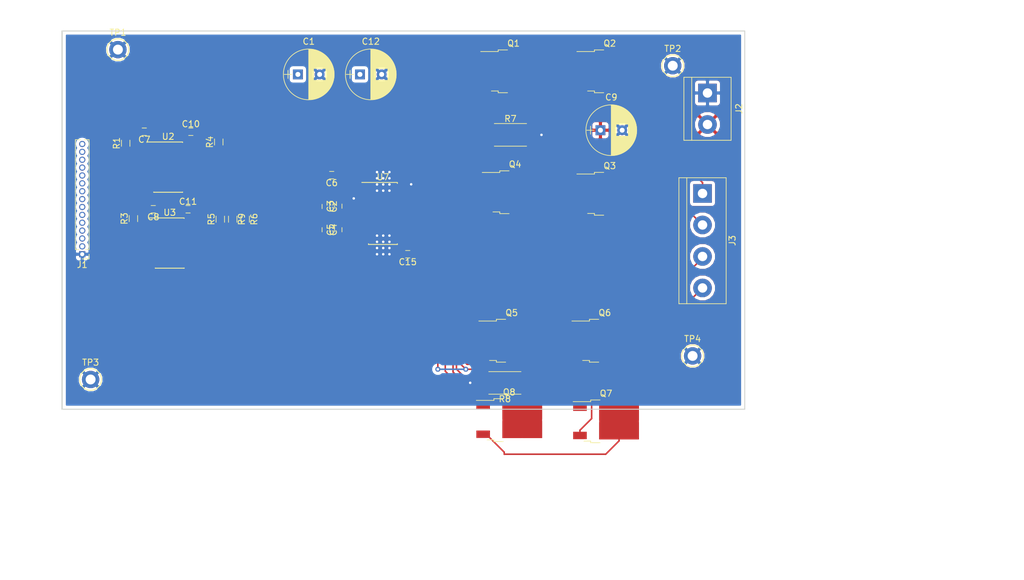
<source format=kicad_pcb>
(kicad_pcb (version 20171130) (host pcbnew 5.0.2-bee76a0~70~ubuntu18.04.1)
  (layers (0 F.Cu signal) (1 In1.Cu signal) (2 In2.Cu power) (31 B.Cu power) (34 B.Paste user) (35 F.Paste user) (36 B.SilkS user) (37 F.SilkS user) (38 B.Mask user) (39 F.Mask user) (44 Edge.Cuts user))
  (net 0 "")
  (net 1 GND)
  (net 2 +24V)
  (net 3 "Net-(C6-Pad1)")
  (net 4 "Net-(C6-Pad2)")
  (net 5 "Net-(C5-Pad1)")
  (net 6 "Net-(C4-Pad1)")
  (net 7 "Net-(C3-Pad1)")
  (net 8 "Net-(Q7-Pad2)")
  (net 9 "Net-(J3-Pad4)")
  (net 10 "Net-(J3-Pad3)")
  (net 11 "Net-(Q5-Pad1)")
  (net 12 "Net-(Q6-Pad1)")
  (net 13 "Net-(Q7-Pad1)")
  (net 14 "Net-(Q8-Pad1)")
  (net 15 "Net-(J1-Pad15)")
  (net 16 "Net-(J1-Pad14)")
  (net 17 "Net-(J1-Pad13)")
  (net 18 "Net-(J1-Pad12)")
  (net 19 "Net-(J1-Pad11)")
  (net 20 "Net-(J1-Pad10)")
  (net 21 "Net-(J1-Pad9)")
  (net 22 "Net-(J1-Pad8)")
  (net 23 "Net-(J1-Pad7)")
  (net 24 "Net-(J1-Pad6)")
  (net 25 "Net-(J1-Pad5)")
  (net 26 "Net-(J1-Pad4)")
  (net 27 +3V3)
  (net 28 +1V8)
  (net 29 "Net-(C15-Pad1)")
  (net 30 "Net-(R1-Pad1)")
  (net 31 "Net-(R3-Pad1)")
  (net 32 "Net-(R4-Pad1)")
  (net 33 "Net-(R5-Pad1)")
  (net 34 "Net-(R6-Pad2)")
  (net 35 "Net-(R9-Pad2)")
  (net 36 "Net-(U2-Pad21)")
  (net 37 "Net-(U2-Pad20)")
  (net 38 "Net-(U2-Pad19)")
  (net 39 "Net-(U2-Pad18)")
  (net 40 "Net-(U2-Pad17)")
  (net 41 "Net-(U2-Pad16)")
  (net 42 "Net-(U3-Pad18)")
  (net 43 "Net-(U3-Pad19)")
  (net 44 "Net-(U3-Pad20)")
  (net 45 "Net-(U3-Pad21)")
  (net 46 /AOUT1)
  (net 47 /AOUT2)
  (net 48 /A1HS)
  (net 49 /A1LS)
  (net 50 /A1SENP)
  (net 51 /A2LS)
  (net 52 /A2HS)
  (module Connectors_Terminal_Blocks:TerminalBlock_bornier-2_P5.08mm (layer F.Cu) (at 174 67 270)
    (fp_text reference J2 (at 2.54 -5.08 270) (layer F.SilkS))
    (fp_text value Screw_Terminal_01x02)
    (pad 2 thru_hole circle (at 5.08 0 270) (size 3 3) (drill 1.52) (layers *.Cu *.Mask) (net 2 +24V))
    (pad 1 thru_hole rect (at 0 0 270) (size 3 3) (drill 1.52) (layers *.Cu *.Mask) (net 1 GND))
  )
  (module Connectors_Terminal_Blocks:TerminalBlock_bornier-4_P5.08mm (layer F.Cu) (at 173.2 83.2 270)
    (fp_text reference J3 (at 7.6 -4.8 270) (layer F.SilkS))
    (fp_text value Screw_Terminal_01x04)
    (pad 4 thru_hole circle (at 15.24 0 270) (size 3 3) (drill 1.52) (layers *.Cu *.Mask) (net 9 "Net-(J3-Pad4)"))
    (pad 1 thru_hole rect (at 0 0 270) (size 3 3) (drill 1.52) (layers *.Cu *.Mask) (net 46 /AOUT1))
    (pad 3 thru_hole circle (at 10.16 0 270) (size 3 3) (drill 1.52) (layers *.Cu *.Mask) (net 10 "Net-(J3-Pad3)"))
    (pad 2 thru_hole circle (at 5.08 0 270) (size 3 3) (drill 1.52) (layers *.Cu *.Mask) (net 47 /AOUT2))
  )
  (module TO_SOT_Packages_SMD:TO-252-2 (layer F.Cu) (at 143 83)
    (fp_text reference Q4 (at 0 -4.5) (layer F.SilkS))
    (fp_text value STD20NF06L)
    (pad 1 smd rect (at -4.2 -2.28) (size 2.2 1.2) (layers F.Cu F.Paste F.Mask) (net 52 /A2HS))
    (pad 3 smd rect (at -4.2 2.28) (size 2.2 1.2) (layers F.Cu F.Paste F.Mask) (net 47 /AOUT2))
    (pad 2 smd rect (at 2.1 0) (size 6.4 5.8) (layers F.Cu F.Mask) (net 2 +24V))
    (pad 2 smd rect (at 3.775 1.525) (size 3.05 2.75) (layers F.Cu F.Paste) (net 2 +24V))
    (pad 2 smd rect (at 0.425 -1.525) (size 3.05 2.75) (layers F.Cu F.Paste) (net 2 +24V))
    (pad 2 smd rect (at 3.775 -1.525) (size 3.05 2.75) (layers F.Cu F.Paste) (net 2 +24V))
    (pad 2 smd rect (at 0.425 1.525) (size 3.05 2.75) (layers F.Cu F.Paste) (net 2 +24V))
  )
  (module TO_SOT_Packages_SMD:TO-252-2 (layer F.Cu) (at 158.25 83.25)
    (fp_text reference Q3 (at 0 -4.5) (layer F.SilkS))
    (fp_text value STD20NF06L)
    (pad 2 smd rect (at 0.425 1.525) (size 3.05 2.75) (layers F.Cu F.Paste) (net 47 /AOUT2))
    (pad 2 smd rect (at 3.775 -1.525) (size 3.05 2.75) (layers F.Cu F.Paste) (net 47 /AOUT2))
    (pad 2 smd rect (at 0.425 -1.525) (size 3.05 2.75) (layers F.Cu F.Paste) (net 47 /AOUT2))
    (pad 2 smd rect (at 3.775 1.525) (size 3.05 2.75) (layers F.Cu F.Paste) (net 47 /AOUT2))
    (pad 2 smd rect (at 2.1 0) (size 6.4 5.8) (layers F.Cu F.Mask) (net 47 /AOUT2))
    (pad 3 smd rect (at -4.2 2.28) (size 2.2 1.2) (layers F.Cu F.Paste F.Mask) (net 50 /A1SENP))
    (pad 1 smd rect (at -4.2 -2.28) (size 2.2 1.2) (layers F.Cu F.Paste F.Mask) (net 51 /A2LS))
  )
  (module TO_SOT_Packages_SMD:TO-252-2 (layer F.Cu) (at 158.25 63.5)
    (fp_text reference Q2 (at 0 -4.5) (layer F.SilkS))
    (fp_text value STD20NF06L)
    (pad 1 smd rect (at -4.2 -2.28) (size 2.2 1.2) (layers F.Cu F.Paste F.Mask) (net 49 /A1LS))
    (pad 3 smd rect (at -4.2 2.28) (size 2.2 1.2) (layers F.Cu F.Paste F.Mask) (net 50 /A1SENP))
    (pad 2 smd rect (at 2.1 0) (size 6.4 5.8) (layers F.Cu F.Mask) (net 46 /AOUT1))
    (pad 2 smd rect (at 3.775 1.525) (size 3.05 2.75) (layers F.Cu F.Paste) (net 46 /AOUT1))
    (pad 2 smd rect (at 0.425 -1.525) (size 3.05 2.75) (layers F.Cu F.Paste) (net 46 /AOUT1))
    (pad 2 smd rect (at 3.775 -1.525) (size 3.05 2.75) (layers F.Cu F.Paste) (net 46 /AOUT1))
    (pad 2 smd rect (at 0.425 1.525) (size 3.05 2.75) (layers F.Cu F.Paste) (net 46 /AOUT1))
  )
  (module TO_SOT_Packages_SMD:TO-252-2 (layer F.Cu) (at 142.75 63.5)
    (fp_text reference Q1 (at 0 -4.5) (layer F.SilkS))
    (fp_text value STD20NF06L)
    (pad 2 smd rect (at 0.425 1.525) (size 3.05 2.75) (layers F.Cu F.Paste) (net 2 +24V))
    (pad 2 smd rect (at 3.775 -1.525) (size 3.05 2.75) (layers F.Cu F.Paste) (net 2 +24V))
    (pad 2 smd rect (at 0.425 -1.525) (size 3.05 2.75) (layers F.Cu F.Paste) (net 2 +24V))
    (pad 2 smd rect (at 3.775 1.525) (size 3.05 2.75) (layers F.Cu F.Paste) (net 2 +24V))
    (pad 2 smd rect (at 2.1 0) (size 6.4 5.8) (layers F.Cu F.Mask) (net 2 +24V))
    (pad 3 smd rect (at -4.2 2.28) (size 2.2 1.2) (layers F.Cu F.Paste F.Mask) (net 46 /AOUT1))
    (pad 1 smd rect (at -4.2 -2.28) (size 2.2 1.2) (layers F.Cu F.Paste F.Mask) (net 48 /A1HS))
  )
  (module TO_SOT_Packages_SMD:TO-252-2 (layer F.Cu) (at 142.45 106.95)
    (fp_text reference Q5 (at 0 -4.5) (layer F.SilkS))
    (fp_text value STD20NF06L)
    (pad 1 smd rect (at -4.2 -2.28) (size 2.2 1.2) (layers F.Cu F.Paste F.Mask) (net 11 "Net-(Q5-Pad1)"))
    (pad 3 smd rect (at -4.2 2.28) (size 2.2 1.2) (layers F.Cu F.Paste F.Mask) (net 10 "Net-(J3-Pad3)"))
    (pad 2 smd rect (at 2.1 0) (size 6.4 5.8) (layers F.Cu F.Mask) (net 2 +24V))
    (pad 2 smd rect (at 3.775 1.525) (size 3.05 2.75) (layers F.Cu F.Paste) (net 2 +24V))
    (pad 2 smd rect (at 0.425 -1.525) (size 3.05 2.75) (layers F.Cu F.Paste) (net 2 +24V))
    (pad 2 smd rect (at 3.775 -1.525) (size 3.05 2.75) (layers F.Cu F.Paste) (net 2 +24V))
    (pad 2 smd rect (at 0.425 1.525) (size 3.05 2.75) (layers F.Cu F.Paste) (net 2 +24V))
  )
  (module TO_SOT_Packages_SMD:TO-252-2 (layer F.Cu) (at 157.45 106.95)
    (fp_text reference Q6 (at 0 -4.5) (layer F.SilkS))
    (fp_text value STD20NF06L)
    (pad 2 smd rect (at 0.425 1.525) (size 3.05 2.75) (layers F.Cu F.Paste) (net 10 "Net-(J3-Pad3)"))
    (pad 2 smd rect (at 3.775 -1.525) (size 3.05 2.75) (layers F.Cu F.Paste) (net 10 "Net-(J3-Pad3)"))
    (pad 2 smd rect (at 0.425 -1.525) (size 3.05 2.75) (layers F.Cu F.Paste) (net 10 "Net-(J3-Pad3)"))
    (pad 2 smd rect (at 3.775 1.525) (size 3.05 2.75) (layers F.Cu F.Paste) (net 10 "Net-(J3-Pad3)"))
    (pad 2 smd rect (at 2.1 0) (size 6.4 5.8) (layers F.Cu F.Mask) (net 10 "Net-(J3-Pad3)"))
    (pad 3 smd rect (at -4.2 2.28) (size 2.2 1.2) (layers F.Cu F.Paste F.Mask) (net 9 "Net-(J3-Pad4)"))
    (pad 1 smd rect (at -4.2 -2.28) (size 2.2 1.2) (layers F.Cu F.Paste F.Mask) (net 12 "Net-(Q6-Pad1)"))
  )
  (module TO_SOT_Packages_SMD:TO-252-2 (layer F.Cu) (at 157.65 119.95)
    (fp_text reference Q7 (at 0 -4.5) (layer F.SilkS))
    (fp_text value STD20NF06L)
    (pad 1 smd rect (at -4.2 -2.28) (size 2.2 1.2) (layers F.Cu F.Paste F.Mask) (net 13 "Net-(Q7-Pad1)"))
    (pad 3 smd rect (at -4.2 2.28) (size 2.2 1.2) (layers F.Cu F.Paste F.Mask) (net 9 "Net-(J3-Pad4)"))
    (pad 2 smd rect (at 2.1 0) (size 6.4 5.8) (layers F.Cu F.Mask) (net 8 "Net-(Q7-Pad2)"))
    (pad 2 smd rect (at 3.775 1.525) (size 3.05 2.75) (layers F.Cu F.Paste) (net 8 "Net-(Q7-Pad2)"))
    (pad 2 smd rect (at 0.425 -1.525) (size 3.05 2.75) (layers F.Cu F.Paste) (net 8 "Net-(Q7-Pad2)"))
    (pad 2 smd rect (at 3.775 -1.525) (size 3.05 2.75) (layers F.Cu F.Paste) (net 8 "Net-(Q7-Pad2)"))
    (pad 2 smd rect (at 0.425 1.525) (size 3.05 2.75) (layers F.Cu F.Paste) (net 8 "Net-(Q7-Pad2)"))
  )
  (module TO_SOT_Packages_SMD:TO-252-2 (layer F.Cu) (at 142.05 119.75)
    (fp_text reference Q8 (at 0 -4.5) (layer F.SilkS))
    (fp_text value STD20NF06L)
    (pad 2 smd rect (at 0.425 1.525) (size 3.05 2.75) (layers F.Cu F.Paste) (net 2 +24V))
    (pad 2 smd rect (at 3.775 -1.525) (size 3.05 2.75) (layers F.Cu F.Paste) (net 2 +24V))
    (pad 2 smd rect (at 0.425 -1.525) (size 3.05 2.75) (layers F.Cu F.Paste) (net 2 +24V))
    (pad 2 smd rect (at 3.775 1.525) (size 3.05 2.75) (layers F.Cu F.Paste) (net 2 +24V))
    (pad 2 smd rect (at 2.1 0) (size 6.4 5.8) (layers F.Cu F.Mask) (net 2 +24V))
    (pad 3 smd rect (at -4.2 2.28) (size 2.2 1.2) (layers F.Cu F.Paste F.Mask) (net 8 "Net-(Q7-Pad2)"))
    (pad 1 smd rect (at -4.2 -2.28) (size 2.2 1.2) (layers F.Cu F.Paste F.Mask) (net 14 "Net-(Q8-Pad1)"))
  )
  (module Capacitors_SMD:C_0603_HandSoldering (layer F.Cu) (at 114.5 85.25 90)
    (fp_text reference C3 (at 0 -1.25 90) (layer F.SilkS))
    (fp_text value 1uF)
    (pad 2 smd rect (at 0.95 0 90) (size 1.2 0.75) (layers F.Cu F.Paste F.Mask) (net 2 +24V))
    (pad 1 smd rect (at -0.95 0 90) (size 1.2 0.75) (layers F.Cu F.Paste F.Mask) (net 7 "Net-(C3-Pad1)"))
  )
  (module Capacitors_SMD:C_0603_HandSoldering (layer F.Cu) (at 112.5 89.05 270)
    (fp_text reference C4 (at 0 -1.25 270) (layer F.SilkS))
    (fp_text value 0.1uF)
    (pad 1 smd rect (at -0.95 0 270) (size 1.2 0.75) (layers F.Cu F.Paste F.Mask) (net 6 "Net-(C4-Pad1)"))
    (pad 2 smd rect (at 0.95 0 270) (size 1.2 0.75) (layers F.Cu F.Paste F.Mask) (net 1 GND))
  )
  (module Capacitors_SMD:C_0603_HandSoldering (layer F.Cu) (at 114.5 89.05 90)
    (fp_text reference C5 (at 0 -1.25 90) (layer F.SilkS))
    (fp_text value 1uF)
    (pad 2 smd rect (at 0.95 0 90) (size 1.2 0.75) (layers F.Cu F.Paste F.Mask) (net 1 GND))
    (pad 1 smd rect (at -0.95 0 90) (size 1.2 0.75) (layers F.Cu F.Paste F.Mask) (net 5 "Net-(C5-Pad1)"))
  )
  (module Capacitors_SMD:C_0603_HandSoldering (layer F.Cu) (at 113.45 80.25 180)
    (fp_text reference C6 (at 0 -1.25 180) (layer F.SilkS))
    (fp_text value 0.1uF)
    (pad 1 smd rect (at -0.95 0 180) (size 1.2 0.75) (layers F.Cu F.Paste F.Mask) (net 3 "Net-(C6-Pad1)"))
    (pad 2 smd rect (at 0.95 0 180) (size 1.2 0.75) (layers F.Cu F.Paste F.Mask) (net 4 "Net-(C6-Pad2)"))
  )
  (module Capacitors_SMD:C_0603_HandSoldering (layer F.Cu) (at 112.5 85.3 270)
    (fp_text reference C2 (at 0 -1.25 270) (layer F.SilkS))
    (fp_text value 0.01uF)
    (pad 2 smd rect (at 0.95 0 270) (size 1.2 0.75) (layers F.Cu F.Paste F.Mask) (net 1 GND))
    (pad 1 smd rect (at -0.95 0 270) (size 1.2 0.75) (layers F.Cu F.Paste F.Mask) (net 2 +24V))
  )
  (module Resistors_SMD:R_2512 (layer F.Cu) (at 142.25 73.75)
    (fp_text reference R7 (at 0 -2.6) (layer F.SilkS))
    (fp_text value 0.05R)
    (pad 2 smd rect (at 3.1 0) (size 1 3.2) (layers F.Cu F.Paste F.Mask) (net 1 GND))
    (pad 1 smd rect (at -3.1 0) (size 1 3.2) (layers F.Cu F.Paste F.Mask) (net 50 /A1SENP))
  )
  (module Resistors_SMD:R_2512 (layer F.Cu) (at 141.35 113.75 180)
    (fp_text reference R8 (at 0 -2.6 180) (layer F.SilkS))
    (fp_text value 0.05R)
    (pad 2 smd rect (at 3.1 0 180) (size 1 3.2) (layers F.Cu F.Paste F.Mask) (net 1 GND))
    (pad 1 smd rect (at -3.1 0 180) (size 1 3.2) (layers F.Cu F.Paste F.Mask) (net 9 "Net-(J3-Pad4)"))
  )
  (module Capacitors_THT:CP_Radial_D8.0mm_P3.50mm (layer F.Cu) (at 108 64)
    (fp_text reference C1 (at 1.75 -5.31) (layer F.SilkS))
    (fp_text value 100uF)
    (pad 2 thru_hole circle (at 3.5 0) (size 1.6 1.6) (drill 0.8) (layers *.Cu *.Mask) (net 1 GND))
    (pad 1 thru_hole rect (at 0 0) (size 1.6 1.6) (drill 0.8) (layers *.Cu *.Mask) (net 2 +24V))
  )
  (module Measurement_Points:Test_Point_Keystone_5010-5014_Multipurpose (layer F.Cu) (at 79 60)
    (fp_text reference TP1 (at 0 -2.75) (layer F.SilkS))
    (fp_text value TestPoint)
    (pad 1 thru_hole circle (at 0 0) (size 2.8 2.8) (drill 1.6) (layers *.Cu *.Mask) (net 1 GND))
  )
  (module Measurement_Points:Test_Point_Keystone_5010-5014_Multipurpose (layer F.Cu) (at 168.4 62.6)
    (fp_text reference TP2 (at 0 -2.75) (layer F.SilkS))
    (fp_text value TestPoint)
    (pad 1 thru_hole circle (at 0 0) (size 2.8 2.8) (drill 1.6) (layers *.Cu *.Mask) (net 1 GND))
  )
  (module Measurement_Points:Test_Point_Keystone_5010-5014_Multipurpose (layer F.Cu) (at 74.6 113.2)
    (fp_text reference TP3 (at 0 -2.75) (layer F.SilkS))
    (fp_text value TestPoint)
    (pad 1 thru_hole circle (at 0 0) (size 2.8 2.8) (drill 1.6) (layers *.Cu *.Mask) (net 1 GND))
  )
  (module Measurement_Points:Test_Point_Keystone_5010-5014_Multipurpose (layer F.Cu) (at 171.6 109.4)
    (fp_text reference TP4 (at 0 -2.75) (layer F.SilkS))
    (fp_text value TestPoint)
    (pad 1 thru_hole circle (at 0 0) (size 2.8 2.8) (drill 1.6) (layers *.Cu *.Mask) (net 1 GND))
  )
  (module rca_switch_through_hole:TSSOP-38-1_PowerPad_4.4x9.7mm_Pitch0.5mm (layer F.Cu) (at 121.7 86.45)
    (fp_text reference U7 (at 0 -5.9) (layer F.SilkS))
    (fp_text value DRV8711)
    (pad 38 smd rect (at 2.85 -4.5) (size 1.1 0.285) (layers F.Cu F.Paste F.Mask) (net 1 GND))
    (pad 37 smd rect (at 2.85 -4) (size 1.1 0.285) (layers F.Cu F.Paste F.Mask) (net 46 /AOUT1))
    (pad 36 smd rect (at 2.85 -3.5) (size 1.1 0.285) (layers F.Cu F.Paste F.Mask) (net 48 /A1HS))
    (pad 35 smd rect (at 2.85 -3) (size 1.1 0.285) (layers F.Cu F.Paste F.Mask) (net 49 /A1LS))
    (pad 34 smd rect (at 2.85 -2.5) (size 1.1 0.285) (layers F.Cu F.Paste F.Mask) (net 50 /A1SENP))
    (pad 33 smd rect (at 2.85 -2) (size 1.1 0.285) (layers F.Cu F.Paste F.Mask) (net 1 GND))
    (pad 32 smd rect (at 2.85 -1.5) (size 1.1 0.285) (layers F.Cu F.Paste F.Mask) (net 51 /A2LS))
    (pad 31 smd rect (at 2.85 -1) (size 1.1 0.285) (layers F.Cu F.Paste F.Mask) (net 52 /A2HS))
    (pad 30 smd rect (at 2.85 -0.5) (size 1.1 0.285) (layers F.Cu F.Paste F.Mask) (net 47 /AOUT2))
    (pad 29 smd rect (at 2.85 0) (size 1.1 0.285) (layers F.Cu F.Paste F.Mask) (net 1 GND))
    (pad 28 smd rect (at 2.85 0.5) (size 1.1 0.285) (layers F.Cu F.Paste F.Mask) (net 10 "Net-(J3-Pad3)"))
    (pad 27 smd rect (at 2.85 1) (size 1.1 0.285) (layers F.Cu F.Paste F.Mask) (net 11 "Net-(Q5-Pad1)"))
    (pad 26 smd rect (at 2.85 1.5) (size 1.1 0.285) (layers F.Cu F.Paste F.Mask) (net 12 "Net-(Q6-Pad1)"))
    (pad 25 smd rect (at 2.85 2) (size 1.1 0.285) (layers F.Cu F.Paste F.Mask) (net 9 "Net-(J3-Pad4)"))
    (pad 24 smd rect (at 2.85 2.5) (size 1.1 0.285) (layers F.Cu F.Paste F.Mask) (net 1 GND))
    (pad 23 smd rect (at 2.85 3) (size 1.1 0.285) (layers F.Cu F.Paste F.Mask) (net 13 "Net-(Q7-Pad1)"))
    (pad 22 smd rect (at 2.85 3.5) (size 1.1 0.285) (layers F.Cu F.Paste F.Mask) (net 14 "Net-(Q8-Pad1)"))
    (pad 21 smd rect (at 2.85 4) (size 1.1 0.285) (layers F.Cu F.Paste F.Mask) (net 9 "Net-(J3-Pad4)"))
    (pad 20 smd rect (at 2.85 4.5) (size 1.1 0.285) (layers F.Cu F.Paste F.Mask) (net 29 "Net-(C15-Pad1)"))
    (pad 19 smd rect (at -2.85 4.5) (size 1.1 0.285) (layers F.Cu F.Paste F.Mask) (net 34 "Net-(R6-Pad2)"))
    (pad 18 smd rect (at -2.85 4) (size 1.1 0.285) (layers F.Cu F.Paste F.Mask) (net 35 "Net-(R9-Pad2)"))
    (pad 17 smd rect (at -2.85 3.5) (size 1.1 0.285) (layers F.Cu F.Paste F.Mask) (net 42 "Net-(U3-Pad18)"))
    (pad 16 smd rect (at -2.85 3) (size 1.1 0.285) (layers F.Cu F.Paste F.Mask) (net 43 "Net-(U3-Pad19)"))
    (pad 15 smd rect (at -2.85 2.5) (size 1.1 0.285) (layers F.Cu F.Paste F.Mask) (net 44 "Net-(U3-Pad20)"))
    (pad 14 smd rect (at -2.85 2) (size 1.1 0.285) (layers F.Cu F.Paste F.Mask) (net 45 "Net-(U3-Pad21)"))
    (pad 13 smd rect (at -2.85 1.5) (size 1.1 0.285) (layers F.Cu F.Paste F.Mask) (net 41 "Net-(U2-Pad16)"))
    (pad 12 smd rect (at -2.85 1) (size 1.1 0.285) (layers F.Cu F.Paste F.Mask) (net 40 "Net-(U2-Pad17)"))
    (pad 11 smd rect (at -2.85 0.5) (size 1.1 0.285) (layers F.Cu F.Paste F.Mask) (net 39 "Net-(U2-Pad18)"))
    (pad 10 smd rect (at -2.85 0) (size 1.1 0.285) (layers F.Cu F.Paste F.Mask) (net 38 "Net-(U2-Pad19)"))
    (pad 9 smd rect (at -2.85 -0.5) (size 1.1 0.285) (layers F.Cu F.Paste F.Mask) (net 37 "Net-(U2-Pad20)"))
    (pad 8 smd rect (at -2.85 -1) (size 1.1 0.285) (layers F.Cu F.Paste F.Mask) (net 36 "Net-(U2-Pad21)"))
    (pad 7 smd rect (at -2.85 -1.5) (size 1.1 0.285) (layers F.Cu F.Paste F.Mask) (net 5 "Net-(C5-Pad1)"))
    (pad 6 smd rect (at -2.85 -2) (size 1.1 0.285) (layers F.Cu F.Paste F.Mask) (net 6 "Net-(C4-Pad1)"))
    (pad 5 smd rect (at -2.85 -2.5) (size 1.1 0.285) (layers F.Cu F.Paste F.Mask) (net 1 GND))
    (pad 4 smd rect (at -2.85 -3) (size 1.1 0.285) (layers F.Cu F.Paste F.Mask) (net 2 +24V))
    (pad 3 smd rect (at -2.85 -3.5) (size 1.1 0.285) (layers F.Cu F.Paste F.Mask) (net 7 "Net-(C3-Pad1)"))
    (pad 2 smd rect (at -2.85 -4) (size 1.1 0.285) (layers F.Cu F.Paste F.Mask) (net 4 "Net-(C6-Pad2)"))
    (pad 1 smd rect (at -2.85 -4.5) (size 1.1 0.285) (layers F.Cu F.Paste F.Mask) (net 3 "Net-(C6-Pad1)"))
    (pad 39 smd rect (at 0 0) (size 2.9 4.48) (layers F.Cu F.Paste F.Mask) (net 1 GND))
  )
  (module Pin_Headers:Pin_Header_Straight_1x15_Pitch1.27mm (layer F.Cu) (at 73.25 93 180)
    (fp_text reference J1 (at 0 -1.695 180) (layer F.SilkS))
    (fp_text value Conn_01x16)
    (pad 15 thru_hole oval (at 0 17.78 180) (size 1 1) (drill 0.65) (layers *.Cu *.Mask) (net 15 "Net-(J1-Pad15)"))
    (pad 14 thru_hole oval (at 0 16.51 180) (size 1 1) (drill 0.65) (layers *.Cu *.Mask) (net 16 "Net-(J1-Pad14)"))
    (pad 13 thru_hole oval (at 0 15.24 180) (size 1 1) (drill 0.65) (layers *.Cu *.Mask) (net 17 "Net-(J1-Pad13)"))
    (pad 12 thru_hole oval (at 0 13.97 180) (size 1 1) (drill 0.65) (layers *.Cu *.Mask) (net 18 "Net-(J1-Pad12)"))
    (pad 11 thru_hole oval (at 0 12.7 180) (size 1 1) (drill 0.65) (layers *.Cu *.Mask) (net 19 "Net-(J1-Pad11)"))
    (pad 10 thru_hole oval (at 0 11.43 180) (size 1 1) (drill 0.65) (layers *.Cu *.Mask) (net 20 "Net-(J1-Pad10)"))
    (pad 9 thru_hole oval (at 0 10.16 180) (size 1 1) (drill 0.65) (layers *.Cu *.Mask) (net 21 "Net-(J1-Pad9)"))
    (pad 8 thru_hole oval (at 0 8.89 180) (size 1 1) (drill 0.65) (layers *.Cu *.Mask) (net 22 "Net-(J1-Pad8)"))
    (pad 7 thru_hole oval (at 0 7.62 180) (size 1 1) (drill 0.65) (layers *.Cu *.Mask) (net 23 "Net-(J1-Pad7)"))
    (pad 6 thru_hole oval (at 0 6.35 180) (size 1 1) (drill 0.65) (layers *.Cu *.Mask) (net 24 "Net-(J1-Pad6)"))
    (pad 5 thru_hole oval (at 0 5.08 180) (size 1 1) (drill 0.65) (layers *.Cu *.Mask) (net 25 "Net-(J1-Pad5)"))
    (pad 4 thru_hole oval (at 0 3.81 180) (size 1 1) (drill 0.65) (layers *.Cu *.Mask) (net 26 "Net-(J1-Pad4)"))
    (pad 3 thru_hole oval (at 0 2.54 180) (size 1 1) (drill 0.65) (layers *.Cu *.Mask) (net 27 +3V3))
    (pad 2 thru_hole oval (at 0 1.27 180) (size 1 1) (drill 0.65) (layers *.Cu *.Mask) (net 28 +1V8))
    (pad 1 thru_hole rect (at 0 0 180) (size 1 1) (drill 0.65) (layers *.Cu *.Mask) (net 1 GND))
  )
  (module Capacitors_SMD:C_0603_HandSoldering (layer F.Cu) (at 83.25 73.25 180)
    (fp_text reference C7 (at 0 -1.25 180) (layer F.SilkS))
    (fp_text value 0.1uF)
    (pad 1 smd rect (at -0.95 0 180) (size 1.2 0.75) (layers F.Cu F.Paste F.Mask) (net 1 GND))
    (pad 2 smd rect (at 0.95 0 180) (size 1.2 0.75) (layers F.Cu F.Paste F.Mask) (net 27 +3V3))
  )
  (module Capacitors_SMD:C_0603_HandSoldering (layer F.Cu) (at 84.7 85.75 180)
    (fp_text reference C8 (at 0 -1.25 180) (layer F.SilkS))
    (fp_text value 0.1uF)
    (pad 1 smd rect (at -0.95 0 180) (size 1.2 0.75) (layers F.Cu F.Paste F.Mask) (net 1 GND))
    (pad 2 smd rect (at 0.95 0 180) (size 1.2 0.75) (layers F.Cu F.Paste F.Mask) (net 27 +3V3))
  )
  (module Capacitors_THT:CP_Radial_D8.0mm_P3.50mm (layer F.Cu) (at 156.75 73)
    (fp_text reference C9 (at 1.75 -5.31) (layer F.SilkS))
    (fp_text value 100uF)
    (pad 1 thru_hole rect (at 0 0) (size 1.6 1.6) (drill 0.8) (layers *.Cu *.Mask) (net 2 +24V))
    (pad 2 thru_hole circle (at 3.5 0) (size 1.6 1.6) (drill 0.8) (layers *.Cu *.Mask) (net 1 GND))
  )
  (module Capacitors_SMD:C_0603_HandSoldering (layer F.Cu) (at 90.75 73.25)
    (fp_text reference C10 (at 0 -1.25) (layer F.SilkS))
    (fp_text value 0.1uF)
    (pad 2 smd rect (at 0.95 0) (size 1.2 0.75) (layers F.Cu F.Paste F.Mask) (net 28 +1V8))
    (pad 1 smd rect (at -0.95 0) (size 1.2 0.75) (layers F.Cu F.Paste F.Mask) (net 1 GND))
  )
  (module Capacitors_SMD:C_0603_HandSoldering (layer F.Cu) (at 90.3 85.75)
    (fp_text reference C11 (at 0 -1.25) (layer F.SilkS))
    (fp_text value 0.1uF)
    (pad 2 smd rect (at 0.95 0) (size 1.2 0.75) (layers F.Cu F.Paste F.Mask) (net 28 +1V8))
    (pad 1 smd rect (at -0.95 0) (size 1.2 0.75) (layers F.Cu F.Paste F.Mask) (net 1 GND))
  )
  (module Capacitors_THT:CP_Radial_D8.0mm_P3.50mm (layer F.Cu) (at 118 64)
    (fp_text reference C12 (at 1.75 -5.31) (layer F.SilkS))
    (fp_text value 100uF)
    (pad 2 thru_hole circle (at 3.5 0) (size 1.6 1.6) (drill 0.8) (layers *.Cu *.Mask) (net 1 GND))
    (pad 1 thru_hole rect (at 0 0) (size 1.6 1.6) (drill 0.8) (layers *.Cu *.Mask) (net 2 +24V))
  )
  (module Capacitors_SMD:C_0603_HandSoldering (layer F.Cu) (at 125.7 93 180)
    (fp_text reference C15 (at 0 -1.25 180) (layer F.SilkS))
    (fp_text value 1uF)
    (pad 2 smd rect (at 0.95 0 180) (size 1.2 0.75) (layers F.Cu F.Paste F.Mask) (net 1 GND))
    (pad 1 smd rect (at -0.95 0 180) (size 1.2 0.75) (layers F.Cu F.Paste F.Mask) (net 29 "Net-(C15-Pad1)"))
  )
  (module Resistors_SMD:R_0603_HandSoldering (layer F.Cu) (at 80.25 75.1 90)
    (fp_text reference R1 (at 0 -1.45 90) (layer F.SilkS))
    (fp_text value 10k)
    (pad 2 smd rect (at 1.1 0 90) (size 1.2 0.9) (layers F.Cu F.Paste F.Mask) (net 27 +3V3))
    (pad 1 smd rect (at -1.1 0 90) (size 1.2 0.9) (layers F.Cu F.Paste F.Mask) (net 30 "Net-(R1-Pad1)"))
  )
  (module Resistors_SMD:R_0603_HandSoldering (layer F.Cu) (at 81.5 87.25 90)
    (fp_text reference R3 (at 0 -1.45 90) (layer F.SilkS))
    (fp_text value 10k)
    (pad 2 smd rect (at 1.1 0 90) (size 1.2 0.9) (layers F.Cu F.Paste F.Mask) (net 27 +3V3))
    (pad 1 smd rect (at -1.1 0 90) (size 1.2 0.9) (layers F.Cu F.Paste F.Mask) (net 31 "Net-(R3-Pad1)"))
  )
  (module Resistors_SMD:R_0603_HandSoldering (layer F.Cu) (at 95.25 74.9 90)
    (fp_text reference R4 (at 0 -1.45 90) (layer F.SilkS))
    (fp_text value 10k)
    (pad 1 smd rect (at -1.1 0 90) (size 1.2 0.9) (layers F.Cu F.Paste F.Mask) (net 32 "Net-(R4-Pad1)"))
    (pad 2 smd rect (at 1.1 0 90) (size 1.2 0.9) (layers F.Cu F.Paste F.Mask) (net 27 +3V3))
  )
  (module Resistors_SMD:R_0603_HandSoldering (layer F.Cu) (at 95.5 87.35 90)
    (fp_text reference R5 (at 0 -1.45 90) (layer F.SilkS))
    (fp_text value 10k)
    (pad 1 smd rect (at -1.1 0 90) (size 1.2 0.9) (layers F.Cu F.Paste F.Mask) (net 33 "Net-(R5-Pad1)"))
    (pad 2 smd rect (at 1.1 0 90) (size 1.2 0.9) (layers F.Cu F.Paste F.Mask) (net 27 +3V3))
  )
  (module Resistors_SMD:R_0603_HandSoldering (layer F.Cu) (at 99.5 87.35 270)
    (fp_text reference R6 (at 0 -1.45 270) (layer F.SilkS))
    (fp_text value 10k)
    (pad 2 smd rect (at 1.1 0 270) (size 1.2 0.9) (layers F.Cu F.Paste F.Mask) (net 34 "Net-(R6-Pad2)"))
    (pad 1 smd rect (at -1.1 0 270) (size 1.2 0.9) (layers F.Cu F.Paste F.Mask) (net 28 +1V8))
  )
  (module Resistors_SMD:R_0603_HandSoldering (layer F.Cu) (at 97.5 87.35 270)
    (fp_text reference R9 (at 0 -1.45 270) (layer F.SilkS))
    (fp_text value 10k)
    (pad 1 smd rect (at -1.1 0 270) (size 1.2 0.9) (layers F.Cu F.Paste F.Mask) (net 28 +1V8))
    (pad 2 smd rect (at 1.1 0 270) (size 1.2 0.9) (layers F.Cu F.Paste F.Mask) (net 35 "Net-(R9-Pad2)"))
  )
  (module Housings_SSOP:TSSOP-24_4.4x7.8mm_Pitch0.65mm (layer F.Cu) (at 87.1 78.975)
    (fp_text reference U2 (at 0 -4.95) (layer F.SilkS))
    (fp_text value SN74AXC8T245)
    (pad 24 smd rect (at 2.85 -3.575) (size 1.1 0.4) (layers F.Cu F.Paste F.Mask) (net 28 +1V8))
    (pad 23 smd rect (at 2.85 -2.925) (size 1.1 0.4) (layers F.Cu F.Paste F.Mask) (net 28 +1V8))
    (pad 22 smd rect (at 2.85 -2.275) (size 1.1 0.4) (layers F.Cu F.Paste F.Mask) (net 32 "Net-(R4-Pad1)"))
    (pad 21 smd rect (at 2.85 -1.625) (size 1.1 0.4) (layers F.Cu F.Paste F.Mask) (net 36 "Net-(U2-Pad21)"))
    (pad 20 smd rect (at 2.85 -0.975) (size 1.1 0.4) (layers F.Cu F.Paste F.Mask) (net 37 "Net-(U2-Pad20)"))
    (pad 19 smd rect (at 2.85 -0.325) (size 1.1 0.4) (layers F.Cu F.Paste F.Mask) (net 38 "Net-(U2-Pad19)"))
    (pad 18 smd rect (at 2.85 0.325) (size 1.1 0.4) (layers F.Cu F.Paste F.Mask) (net 39 "Net-(U2-Pad18)"))
    (pad 17 smd rect (at 2.85 0.975) (size 1.1 0.4) (layers F.Cu F.Paste F.Mask) (net 40 "Net-(U2-Pad17)"))
    (pad 16 smd rect (at 2.85 1.625) (size 1.1 0.4) (layers F.Cu F.Paste F.Mask) (net 41 "Net-(U2-Pad16)"))
    (pad 15 smd rect (at 2.85 2.275) (size 1.1 0.4) (layers F.Cu F.Paste F.Mask))
    (pad 14 smd rect (at 2.85 2.925) (size 1.1 0.4) (layers F.Cu F.Paste F.Mask))
    (pad 13 smd rect (at 2.85 3.575) (size 1.1 0.4) (layers F.Cu F.Paste F.Mask) (net 1 GND))
    (pad 12 smd rect (at -2.85 3.575) (size 1.1 0.4) (layers F.Cu F.Paste F.Mask) (net 1 GND))
    (pad 11 smd rect (at -2.85 2.925) (size 1.1 0.4) (layers F.Cu F.Paste F.Mask) (net 1 GND))
    (pad 10 smd rect (at -2.85 2.275) (size 1.1 0.4) (layers F.Cu F.Paste F.Mask))
    (pad 9 smd rect (at -2.85 1.625) (size 1.1 0.4) (layers F.Cu F.Paste F.Mask))
    (pad 8 smd rect (at -2.85 0.975) (size 1.1 0.4) (layers F.Cu F.Paste F.Mask) (net 19 "Net-(J1-Pad11)"))
    (pad 7 smd rect (at -2.85 0.325) (size 1.1 0.4) (layers F.Cu F.Paste F.Mask) (net 18 "Net-(J1-Pad12)"))
    (pad 6 smd rect (at -2.85 -0.325) (size 1.1 0.4) (layers F.Cu F.Paste F.Mask) (net 17 "Net-(J1-Pad13)"))
    (pad 5 smd rect (at -2.85 -0.975) (size 1.1 0.4) (layers F.Cu F.Paste F.Mask) (net 16 "Net-(J1-Pad14)"))
    (pad 4 smd rect (at -2.85 -1.625) (size 1.1 0.4) (layers F.Cu F.Paste F.Mask) (net 15 "Net-(J1-Pad15)"))
    (pad 3 smd rect (at -2.85 -2.275) (size 1.1 0.4) (layers F.Cu F.Paste F.Mask))
    (pad 2 smd rect (at -2.85 -2.925) (size 1.1 0.4) (layers F.Cu F.Paste F.Mask) (net 30 "Net-(R1-Pad1)"))
    (pad 1 smd rect (at -2.85 -3.575) (size 1.1 0.4) (layers F.Cu F.Paste F.Mask) (net 27 +3V3))
  )
  (module Housings_SSOP:TSSOP-24_4.4x7.8mm_Pitch0.65mm (layer F.Cu) (at 87.35 91.225)
    (fp_text reference U3 (at 0 -4.95) (layer F.SilkS))
    (fp_text value SN74AXC8T245)
    (pad 1 smd rect (at -2.85 -3.575) (size 1.1 0.4) (layers F.Cu F.Paste F.Mask) (net 27 +3V3))
    (pad 2 smd rect (at -2.85 -2.925) (size 1.1 0.4) (layers F.Cu F.Paste F.Mask) (net 31 "Net-(R3-Pad1)"))
    (pad 3 smd rect (at -2.85 -2.275) (size 1.1 0.4) (layers F.Cu F.Paste F.Mask) (net 20 "Net-(J1-Pad10)"))
    (pad 4 smd rect (at -2.85 -1.625) (size 1.1 0.4) (layers F.Cu F.Paste F.Mask) (net 21 "Net-(J1-Pad9)"))
    (pad 5 smd rect (at -2.85 -0.975) (size 1.1 0.4) (layers F.Cu F.Paste F.Mask) (net 22 "Net-(J1-Pad8)"))
    (pad 6 smd rect (at -2.85 -0.325) (size 1.1 0.4) (layers F.Cu F.Paste F.Mask) (net 23 "Net-(J1-Pad7)"))
    (pad 7 smd rect (at -2.85 0.325) (size 1.1 0.4) (layers F.Cu F.Paste F.Mask) (net 24 "Net-(J1-Pad6)"))
    (pad 8 smd rect (at -2.85 0.975) (size 1.1 0.4) (layers F.Cu F.Paste F.Mask) (net 25 "Net-(J1-Pad5)"))
    (pad 9 smd rect (at -2.85 1.625) (size 1.1 0.4) (layers F.Cu F.Paste F.Mask) (net 26 "Net-(J1-Pad4)"))
    (pad 10 smd rect (at -2.85 2.275) (size 1.1 0.4) (layers F.Cu F.Paste F.Mask))
    (pad 11 smd rect (at -2.85 2.925) (size 1.1 0.4) (layers F.Cu F.Paste F.Mask) (net 1 GND))
    (pad 12 smd rect (at -2.85 3.575) (size 1.1 0.4) (layers F.Cu F.Paste F.Mask) (net 1 GND))
    (pad 13 smd rect (at 2.85 3.575) (size 1.1 0.4) (layers F.Cu F.Paste F.Mask) (net 1 GND))
    (pad 14 smd rect (at 2.85 2.925) (size 1.1 0.4) (layers F.Cu F.Paste F.Mask))
    (pad 15 smd rect (at 2.85 2.275) (size 1.1 0.4) (layers F.Cu F.Paste F.Mask) (net 29 "Net-(C15-Pad1)"))
    (pad 16 smd rect (at 2.85 1.625) (size 1.1 0.4) (layers F.Cu F.Paste F.Mask) (net 34 "Net-(R6-Pad2)"))
    (pad 17 smd rect (at 2.85 0.975) (size 1.1 0.4) (layers F.Cu F.Paste F.Mask) (net 35 "Net-(R9-Pad2)"))
    (pad 18 smd rect (at 2.85 0.325) (size 1.1 0.4) (layers F.Cu F.Paste F.Mask) (net 42 "Net-(U3-Pad18)"))
    (pad 19 smd rect (at 2.85 -0.325) (size 1.1 0.4) (layers F.Cu F.Paste F.Mask) (net 43 "Net-(U3-Pad19)"))
    (pad 20 smd rect (at 2.85 -0.975) (size 1.1 0.4) (layers F.Cu F.Paste F.Mask) (net 44 "Net-(U3-Pad20)"))
    (pad 21 smd rect (at 2.85 -1.625) (size 1.1 0.4) (layers F.Cu F.Paste F.Mask) (net 45 "Net-(U3-Pad21)"))
    (pad 22 smd rect (at 2.85 -2.275) (size 1.1 0.4) (layers F.Cu F.Paste F.Mask) (net 33 "Net-(R5-Pad1)"))
    (pad 23 smd rect (at 2.85 -2.925) (size 1.1 0.4) (layers F.Cu F.Paste F.Mask) (net 28 +1V8))
    (pad 24 smd rect (at 2.85 -3.575) (size 1.1 0.4) (layers F.Cu F.Paste F.Mask) (net 28 +1V8))
  )
  (gr_line (start 180 57) (end 180 118) (layer Edge.Cuts) (width 0.15))
  (gr_line (start 70 57) (end 180 57) (layer Edge.Cuts) (width 0.15))
  (gr_line (start 70 118) (end 180 118) (layer Edge.Cuts) (width 0.15))
  (gr_line (start 70 118) (end 70 57) (layer Edge.Cuts) (width 0.2))
  (via (at 120.75 93) (size 0.8) (drill 0.4) (layers F.Cu B.Cu) (net 1))
  (via (at 121.75 93) (size 0.8) (drill 0.4) (layers F.Cu B.Cu) (net 1))
  (via (at 120.75 92) (size 0.8) (drill 0.4) (layers F.Cu B.Cu) (net 1))
  (via (at 121.75 92) (size 0.8) (drill 0.4) (layers F.Cu B.Cu) (net 1))
  (via (at 122.75 92) (size 0.8) (drill 0.4) (layers F.Cu B.Cu) (net 1))
  (via (at 122.75 93) (size 0.8) (drill 0.4) (layers F.Cu B.Cu) (net 1))
  (via (at 122.75 91) (size 0.8) (drill 0.4) (layers F.Cu B.Cu) (net 1))
  (via (at 121.75 91) (size 0.8) (drill 0.4) (layers F.Cu B.Cu) (net 1))
  (via (at 120.75 91) (size 0.8) (drill 0.4) (layers F.Cu B.Cu) (net 1))
  (via (at 120.75 90) (size 0.8) (drill 0.4) (layers F.Cu B.Cu) (net 1))
  (via (at 121.75 90) (size 0.8) (drill 0.4) (layers F.Cu B.Cu) (net 1))
  (via (at 122.75 90) (size 0.8) (drill 0.4) (layers F.Cu B.Cu) (net 1))
  (via (at 120.75 79.75) (size 0.8) (drill 0.4) (layers F.Cu B.Cu) (net 1))
  (via (at 122.75 82.75) (size 0.8) (drill 0.4) (layers F.Cu B.Cu) (net 1))
  (via (at 122.75 81.75) (size 0.8) (drill 0.4) (layers F.Cu B.Cu) (net 1))
  (via (at 121.75 82.75) (size 0.8) (drill 0.4) (layers F.Cu B.Cu) (net 1))
  (via (at 120.75 81.75) (size 0.8) (drill 0.4) (layers F.Cu B.Cu) (net 1))
  (via (at 120.75 80.75) (size 0.8) (drill 0.4) (layers F.Cu B.Cu) (net 1))
  (via (at 121.75 81.75) (size 0.8) (drill 0.4) (layers F.Cu B.Cu) (net 1))
  (via (at 122.75 80.75) (size 0.8) (drill 0.4) (layers F.Cu B.Cu) (net 1))
  (via (at 122.75 79.75) (size 0.8) (drill 0.4) (layers F.Cu B.Cu) (net 1))
  (via (at 120.75 82.75) (size 0.8) (drill 0.4) (layers F.Cu B.Cu) (net 1))
  (via (at 121.75 80.75) (size 0.8) (drill 0.4) (layers F.Cu B.Cu) (net 1))
  (via (at 121.75 79.75) (size 0.8) (drill 0.4) (layers F.Cu B.Cu) (net 1))
  (via (at 117 84) (size 0.8) (drill 0.4) (layers F.Cu B.Cu) (net 1))
  (segment (start 118.85 83.95) (end 117.05 83.95) (width 0.25) (layer F.Cu) (net 1))
  (segment (start 117.05 83.95) (end 117 84) (width 0.25) (layer F.Cu) (net 1))
  (segment (start 126.026644 81.95) (end 126.251654 81.72499) (width 0.25) (layer F.Cu) (net 1))
  (segment (start 124.55 81.95) (end 126.026644 81.95) (width 0.25) (layer F.Cu) (net 1))
  (via (at 126.251654 81.72499) (size 0.8) (drill 0.4) (layers F.Cu B.Cu) (net 1))
  (segment (start 124.55 86.45) (end 121.7 86.45) (width 0.25) (layer F.Cu) (net 1))
  (via (at 135.76266 113.73734) (size 0.8) (drill 0.4) (layers F.Cu B.Cu) (net 1))
  (segment (start 138.25 113.75) (end 135.77532 113.75) (width 0.25) (layer F.Cu) (net 1))
  (segment (start 135.77532 113.75) (end 135.76266 113.73734) (width 0.25) (layer F.Cu) (net 1))
  (segment (start 124.75 93) (end 122.75 93) (width 0.25) (layer F.Cu) (net 1))
  (segment (start 133.549989 111.524669) (end 135.362661 113.337341) (width 0.25) (layer F.Cu) (net 1))
  (segment (start 135.362661 113.337341) (end 135.76266 113.73734) (width 0.25) (layer F.Cu) (net 1))
  (segment (start 133.549989 94.4364) (end 133.549989 111.524669) (width 0.25) (layer F.Cu) (net 1))
  (segment (start 128.063589 88.95) (end 133.549989 94.4364) (width 0.25) (layer F.Cu) (net 1))
  (segment (start 124.55 88.95) (end 128.063589 88.95) (width 0.25) (layer F.Cu) (net 1))
  (segment (start 145.35 76.15) (end 145.35 73.75) (width 0.25) (layer F.Cu) (net 1))
  (segment (start 124.55 84.45) (end 132.05 84.45) (width 0.25) (layer F.Cu) (net 1))
  (segment (start 132.05 84.45) (end 135.75 80.75) (width 0.25) (layer F.Cu) (net 1))
  (segment (start 135.75 80.75) (end 135.75 80) (width 0.25) (layer F.Cu) (net 1))
  (segment (start 139 76.75) (end 144.75 76.75) (width 0.25) (layer F.Cu) (net 1))
  (segment (start 144.75 76.75) (end 145.35 76.15) (width 0.25) (layer F.Cu) (net 1))
  (segment (start 135.75 80) (end 139 76.75) (width 0.25) (layer F.Cu) (net 1))
  (via (at 147.25 73.75) (size 0.8) (drill 0.4) (layers F.Cu B.Cu) (net 1))
  (segment (start 145.35 73.75) (end 147.25 73.75) (width 0.25) (layer F.Cu) (net 1))
  (segment (start 144.3 119.75) (end 145.825 121.275) (width 1) (layer F.Cu) (net 2))
  (segment (start 144.15 119.75) (end 144.3 119.75) (width 1) (layer F.Cu) (net 2))
  (segment (start 114.625 80.25) (end 114.4 80.25) (width 0.25) (layer F.Cu) (net 3))
  (segment (start 116.325 81.95) (end 114.625 80.25) (width 0.25) (layer F.Cu) (net 3))
  (segment (start 118.85 81.95) (end 116.325 81.95) (width 0.25) (layer F.Cu) (net 3))
  (segment (start 113.7 82.45) (end 118.85 82.45) (width 0.25) (layer F.Cu) (net 4))
  (segment (start 112.5 80.25) (end 112.5 81.25) (width 0.25) (layer F.Cu) (net 4))
  (segment (start 112.5 81.25) (end 113.7 82.45) (width 0.25) (layer F.Cu) (net 4))
  (segment (start 159.75 123.1) (end 157.6 125.25) (width 0.25) (layer F.Cu) (net 8))
  (segment (start 159.75 119.95) (end 159.75 123.1) (width 0.25) (layer F.Cu) (net 8))
  (segment (start 157.6 125.25) (end 141.25 125.25) (width 0.25) (layer F.Cu) (net 8))
  (segment (start 138.35 122.03) (end 137.85 122.03) (width 0.25) (layer F.Cu) (net 8))
  (segment (start 141.25 124.93) (end 138.35 122.03) (width 0.25) (layer F.Cu) (net 8))
  (segment (start 141.25 125.25) (end 141.25 124.93) (width 0.25) (layer F.Cu) (net 8))
  (segment (start 153.25 110.08) (end 153.25 109.23) (width 0.25) (layer F.Cu) (net 9))
  (segment (start 149.58 113.75) (end 153.25 110.08) (width 0.25) (layer F.Cu) (net 9))
  (segment (start 144.45 113.75) (end 149.58 113.75) (width 0.25) (layer F.Cu) (net 9))
  (segment (start 153.45 121.38) (end 155.33 119.5) (width 0.25) (layer F.Cu) (net 9))
  (segment (start 153.45 122.23) (end 153.45 121.38) (width 0.25) (layer F.Cu) (net 9))
  (segment (start 155.33 119.5) (end 155.33 116.08) (width 0.25) (layer F.Cu) (net 9))
  (segment (start 153 113.75) (end 149.58 113.75) (width 0.25) (layer F.Cu) (net 9))
  (segment (start 143.7 113.75) (end 141.5 111.55) (width 0.25) (layer F.Cu) (net 9))
  (segment (start 144.45 113.75) (end 143.7 113.75) (width 0.25) (layer F.Cu) (net 9))
  (segment (start 141.5 111.55) (end 135.05 111.55) (width 0.25) (layer F.Cu) (net 9))
  (segment (start 171.700001 99.939999) (end 171.700001 104.299999) (width 0.25) (layer F.Cu) (net 9))
  (segment (start 173.2 98.44) (end 171.700001 99.939999) (width 0.25) (layer F.Cu) (net 9))
  (segment (start 171.700001 104.299999) (end 160.25 115.75) (width 0.25) (layer F.Cu) (net 9))
  (segment (start 160.25 115.75) (end 155 115.75) (width 0.25) (layer F.Cu) (net 9))
  (segment (start 155.33 116.08) (end 155 115.75) (width 0.25) (layer F.Cu) (net 9))
  (segment (start 155 115.75) (end 153 113.75) (width 0.25) (layer F.Cu) (net 9))
  (via (at 135.05 111.55) (size 0.8) (drill 0.4) (layers F.Cu B.Cu) (net 9))
  (segment (start 135.05 111.55) (end 130.55 111.55) (width 0.25) (layer B.Cu) (net 9))
  (via (at 130.55 111.55) (size 0.8) (drill 0.4) (layers F.Cu B.Cu) (net 9))
  (segment (start 125.35 90.45) (end 124.55 90.45) (width 0.25) (layer F.Cu) (net 9))
  (segment (start 125.660002 90.45) (end 125.35 90.45) (width 0.25) (layer F.Cu) (net 9))
  (segment (start 130.55 95.339998) (end 125.660002 90.45) (width 0.25) (layer F.Cu) (net 9))
  (segment (start 130.55 111.55) (end 130.55 95.339998) (width 0.25) (layer F.Cu) (net 9))
  (segment (start 124.55 88.45) (end 128.45 88.45) (width 0.25) (layer F.Cu) (net 9))
  (segment (start 128.45 88.45) (end 134 94) (width 0.25) (layer F.Cu) (net 9))
  (segment (start 134 110.5) (end 135.05 111.55) (width 0.25) (layer F.Cu) (net 9))
  (segment (start 134 94) (end 134 110.5) (width 0.25) (layer F.Cu) (net 9))
  (segment (start 159.4 106.95) (end 157.875 108.475) (width 0.25) (layer F.Cu) (net 10))
  (segment (start 159.55 106.95) (end 159.4 106.95) (width 0.25) (layer F.Cu) (net 10))
  (segment (start 138.25 108.38) (end 138.25 109.23) (width 0.25) (layer F.Cu) (net 10))
  (segment (start 140.25 106.38) (end 138.25 108.38) (width 0.25) (layer F.Cu) (net 10))
  (segment (start 124.55 86.95) (end 130.95 86.95) (width 0.25) (layer F.Cu) (net 10))
  (segment (start 140.25 104) (end 140.25 106.38) (width 0.25) (layer F.Cu) (net 10))
  (segment (start 130.95 86.95) (end 136.25 92.25) (width 0.25) (layer F.Cu) (net 10))
  (segment (start 136.25 100.5) (end 138.75 103) (width 0.25) (layer F.Cu) (net 10))
  (segment (start 136.25 92.25) (end 136.25 100.5) (width 0.25) (layer F.Cu) (net 10))
  (segment (start 138.75 103) (end 139.25 103) (width 0.25) (layer F.Cu) (net 10))
  (segment (start 139.25 103) (end 140.25 104) (width 0.25) (layer F.Cu) (net 10))
  (segment (start 158.75 103) (end 138.75 103) (width 0.25) (layer F.Cu) (net 10))
  (segment (start 159.55 103.8) (end 158.75 103) (width 0.25) (layer F.Cu) (net 10))
  (segment (start 159.55 106.95) (end 159.55 103.8) (width 0.25) (layer F.Cu) (net 10))
  (segment (start 173.2 93.6) (end 173.2 93.36) (width 0.25) (layer F.Cu) (net 10))
  (segment (start 159.85 106.95) (end 173.2 93.6) (width 0.25) (layer F.Cu) (net 10))
  (segment (start 159.55 106.95) (end 159.85 106.95) (width 0.25) (layer F.Cu) (net 10))
  (segment (start 138.25 103.82) (end 135 100.57) (width 0.25) (layer F.Cu) (net 11))
  (segment (start 138.25 104.67) (end 138.25 103.82) (width 0.25) (layer F.Cu) (net 11))
  (segment (start 135 100.57) (end 135 92) (width 0.25) (layer F.Cu) (net 11))
  (segment (start 130.45 87.45) (end 124.55 87.45) (width 0.25) (layer F.Cu) (net 11))
  (segment (start 135 92) (end 130.45 87.45) (width 0.25) (layer F.Cu) (net 11))
  (segment (start 124.55 87.95) (end 129.7 87.95) (width 0.25) (layer F.Cu) (net 12))
  (segment (start 129.7 87.95) (end 134.5 92.75) (width 0.25) (layer F.Cu) (net 12))
  (segment (start 134.5 92.75) (end 134.5 110) (width 0.25) (layer F.Cu) (net 12))
  (segment (start 134.5 110) (end 135.25 110.75) (width 0.25) (layer F.Cu) (net 12))
  (segment (start 147.435002 110.75) (end 150.75 107.435002) (width 0.25) (layer F.Cu) (net 12))
  (segment (start 135.25 110.75) (end 147.435002 110.75) (width 0.25) (layer F.Cu) (net 12))
  (segment (start 152.75 104.67) (end 153.25 104.67) (width 0.25) (layer F.Cu) (net 12))
  (segment (start 150.75 106.67) (end 152.75 104.67) (width 0.25) (layer F.Cu) (net 12))
  (segment (start 150.75 107.435002) (end 150.75 106.67) (width 0.25) (layer F.Cu) (net 12))
  (segment (start 132.849978 104.8728) (end 133 105.022822) (width 0.25) (layer F.Cu) (net 13))
  (segment (start 124.55 89.45) (end 127.7 89.45) (width 0.25) (layer F.Cu) (net 13))
  (segment (start 127.7 89.45) (end 132.849978 94.599978) (width 0.25) (layer F.Cu) (net 13))
  (segment (start 137 116) (end 151.78 116) (width 0.25) (layer F.Cu) (net 13))
  (segment (start 133 105.022822) (end 133 112) (width 0.25) (layer F.Cu) (net 13))
  (segment (start 132.849978 94.599978) (end 132.849978 104.8728) (width 0.25) (layer F.Cu) (net 13))
  (segment (start 133 112) (end 137 116) (width 0.25) (layer F.Cu) (net 13))
  (segment (start 151.78 116) (end 153.37999 117.59999) (width 0.25) (layer F.Cu) (net 13))
  (segment (start 125.796413 89.95) (end 125.35 89.95) (width 0.25) (layer F.Cu) (net 14))
  (segment (start 131.75 95.903587) (end 125.796413 89.95) (width 0.25) (layer F.Cu) (net 14))
  (segment (start 131.75 111.87) (end 131.75 95.903587) (width 0.25) (layer F.Cu) (net 14))
  (segment (start 137.35 117.47) (end 131.75 111.87) (width 0.25) (layer F.Cu) (net 14))
  (segment (start 125.35 89.95) (end 124.55 89.95) (width 0.25) (layer F.Cu) (net 14))
  (segment (start 137.85 117.47) (end 137.35 117.47) (width 0.25) (layer F.Cu) (net 14))
  (segment (start 126.65 92.6425) (end 126.65 93) (width 0.25) (layer F.Cu) (net 29))
  (segment (start 124.9575 90.95) (end 126.65 92.6425) (width 0.25) (layer F.Cu) (net 29))
  (segment (start 124.55 90.95) (end 124.9575 90.95) (width 0.25) (layer F.Cu) (net 29))
  (segment (start 173.2 81.45) (end 168 76.25) (width 0.25) (layer F.Cu) (net 46))
  (segment (start 173.2 83.2) (end 173.2 81.45) (width 0.25) (layer F.Cu) (net 46))
  (segment (start 168 76.25) (end 168 68.5) (width 0.25) (layer F.Cu) (net 46))
  (segment (start 164.525 65.025) (end 162.025 65.025) (width 0.25) (layer F.Cu) (net 46))
  (segment (start 168 68.5) (end 164.525 65.025) (width 0.25) (layer F.Cu) (net 46))
  (segment (start 160.05 63.5) (end 156.3 59.75) (width 0.25) (layer F.Cu) (net 46))
  (segment (start 160.35 63.5) (end 160.05 63.5) (width 0.25) (layer F.Cu) (net 46))
  (segment (start 156.3 59.75) (end 151.25 59.75) (width 0.25) (layer F.Cu) (net 46))
  (segment (start 124.55 82.45) (end 128.05 82.45) (width 0.25) (layer F.Cu) (net 46))
  (segment (start 128.05 82.45) (end 129.75 80.75) (width 0.25) (layer F.Cu) (net 46))
  (segment (start 129.75 80.75) (end 129.75 64) (width 0.25) (layer F.Cu) (net 46))
  (segment (start 134 59.75) (end 151.25 59.75) (width 0.25) (layer F.Cu) (net 46))
  (segment (start 129.75 64) (end 134 59.75) (width 0.25) (layer F.Cu) (net 46))
  (segment (start 151.25 59.75) (end 150.5 60.5) (width 0.25) (layer F.Cu) (net 46))
  (segment (start 150.5 67.11359) (end 149.36359 68.25) (width 0.25) (layer F.Cu) (net 46))
  (segment (start 139.9 65.78) (end 138.55 65.78) (width 0.25) (layer F.Cu) (net 46))
  (segment (start 149.36359 68.25) (end 142.37 68.25) (width 0.25) (layer F.Cu) (net 46))
  (segment (start 150.5 60.5) (end 150.5 67.11359) (width 0.25) (layer F.Cu) (net 46))
  (segment (start 142.37 68.25) (end 139.9 65.78) (width 0.25) (layer F.Cu) (net 46))
  (segment (start 173.2 88.28) (end 168.17 83.25) (width 0.25) (layer F.Cu) (net 47))
  (segment (start 168.17 83.25) (end 161.1 83.25) (width 0.25) (layer F.Cu) (net 47))
  (segment (start 160.35 86.4) (end 159.25 87.5) (width 0.25) (layer F.Cu) (net 47))
  (segment (start 160.35 83.25) (end 160.35 86.4) (width 0.25) (layer F.Cu) (net 47))
  (segment (start 140.15 85.28) (end 138.8 85.28) (width 0.25) (layer F.Cu) (net 47))
  (segment (start 142.37 87.5) (end 140.15 85.28) (width 0.25) (layer F.Cu) (net 47))
  (segment (start 159.25 87.5) (end 142.37 87.5) (width 0.25) (layer F.Cu) (net 47))
  (segment (start 138.13 85.95) (end 138.8 85.28) (width 0.25) (layer F.Cu) (net 47))
  (segment (start 124.55 85.95) (end 138.13 85.95) (width 0.25) (layer F.Cu) (net 47))
  (segment (start 137.2 61.22) (end 136.67 61.75) (width 0.25) (layer F.Cu) (net 48))
  (segment (start 138.55 61.22) (end 137.2 61.22) (width 0.25) (layer F.Cu) (net 48))
  (segment (start 136.67 61.75) (end 132.75 61.75) (width 0.25) (layer F.Cu) (net 48))
  (segment (start 132.75 61.75) (end 130.25 64.25) (width 0.25) (layer F.Cu) (net 48))
  (segment (start 130.25 64.25) (end 130.25 81) (width 0.25) (layer F.Cu) (net 48))
  (segment (start 128.3 82.95) (end 124.55 82.95) (width 0.25) (layer F.Cu) (net 48))
  (segment (start 130.25 81) (end 128.3 82.95) (width 0.25) (layer F.Cu) (net 48))
  (segment (start 124.55 83.45) (end 128.8 83.45) (width 0.25) (layer F.Cu) (net 49))
  (segment (start 128.8 83.45) (end 131 81.25) (width 0.25) (layer F.Cu) (net 49))
  (segment (start 131 81.25) (end 131 73.25) (width 0.25) (layer F.Cu) (net 49))
  (segment (start 131 73.25) (end 135.25 69) (width 0.25) (layer F.Cu) (net 49))
  (segment (start 135.25 69) (end 149.75 69) (width 0.25) (layer F.Cu) (net 49))
  (segment (start 149.75 69) (end 151.5 67.25) (width 0.25) (layer F.Cu) (net 49))
  (segment (start 154.05 62.07) (end 154.05 61.22) (width 0.25) (layer F.Cu) (net 49))
  (segment (start 151.5 64.62) (end 154.05 62.07) (width 0.25) (layer F.Cu) (net 49))
  (segment (start 151.5 67.25) (end 151.5 64.62) (width 0.25) (layer F.Cu) (net 49))
  (segment (start 152.53 85.53) (end 151.25 84.25) (width 0.25) (layer F.Cu) (net 50))
  (segment (start 154.05 85.53) (end 152.53 85.53) (width 0.25) (layer F.Cu) (net 50))
  (segment (start 151.25 73.75) (end 151.25 84.25) (width 0.25) (layer F.Cu) (net 50))
  (segment (start 124.55 83.95) (end 131.55 83.95) (width 0.25) (layer F.Cu) (net 50))
  (segment (start 131.55 83.95) (end 135.25 80.25) (width 0.25) (layer F.Cu) (net 50))
  (segment (start 135.25 80.25) (end 135.25 79.25) (width 0.25) (layer F.Cu) (net 50))
  (segment (start 135.25 79.25) (end 137 77.5) (width 0.25) (layer F.Cu) (net 50))
  (segment (start 154.05 65.78) (end 154.05 70.95) (width 0.25) (layer F.Cu) (net 50))
  (segment (start 137 77.5) (end 137 74.75) (width 0.25) (layer F.Cu) (net 50))
  (segment (start 138 73.75) (end 139.15 73.75) (width 0.25) (layer F.Cu) (net 50))
  (segment (start 137 74.75) (end 138 73.75) (width 0.25) (layer F.Cu) (net 50))
  (segment (start 152.324999 71.824999) (end 152.75 72.25) (width 0.25) (layer F.Cu) (net 50))
  (segment (start 141.825001 71.824999) (end 152.324999 71.824999) (width 0.25) (layer F.Cu) (net 50))
  (segment (start 139.9 73.75) (end 141.825001 71.824999) (width 0.25) (layer F.Cu) (net 50))
  (segment (start 139.15 73.75) (end 139.9 73.75) (width 0.25) (layer F.Cu) (net 50))
  (segment (start 154.05 70.95) (end 152.75 72.25) (width 0.25) (layer F.Cu) (net 50))
  (segment (start 152.75 72.25) (end 151.25 73.75) (width 0.25) (layer F.Cu) (net 50))
  (segment (start 124.55 84.95) (end 133.05 84.95) (width 0.25) (layer F.Cu) (net 51))
  (segment (start 133.05 84.95) (end 137.200009 80.799991) (width 0.25) (layer F.Cu) (net 51))
  (segment (start 137.200009 80.799991) (end 137.200009 79.186401) (width 0.25) (layer F.Cu) (net 51))
  (segment (start 137.200009 79.186401) (end 137.38641 79) (width 0.25) (layer F.Cu) (net 51))
  (segment (start 150.5 81) (end 150.5 85.75) (width 0.25) (layer F.Cu) (net 51))
  (segment (start 154.05 81.82) (end 154.05 80.97) (width 0.25) (layer F.Cu) (net 51))
  (segment (start 137.38641 79) (end 148.5 79) (width 0.25) (layer F.Cu) (net 51))
  (segment (start 155.5 87) (end 156 86.5) (width 0.25) (layer F.Cu) (net 51))
  (segment (start 156 86.5) (end 156 83.77) (width 0.25) (layer F.Cu) (net 51))
  (segment (start 151.75 87) (end 155.5 87) (width 0.25) (layer F.Cu) (net 51))
  (segment (start 150.5 85.75) (end 151.75 87) (width 0.25) (layer F.Cu) (net 51))
  (segment (start 156 83.77) (end 154.05 81.82) (width 0.25) (layer F.Cu) (net 51))
  (segment (start 148.5 79) (end 150.5 81) (width 0.25) (layer F.Cu) (net 51))
  (segment (start 125.35 85.45) (end 124.55 85.45) (width 0.25) (layer F.Cu) (net 52))
  (segment (start 133.57 85.45) (end 125.35 85.45) (width 0.25) (layer F.Cu) (net 52))
  (segment (start 138.3 80.72) (end 133.57 85.45) (width 0.25) (layer F.Cu) (net 52))
  (segment (start 138.8 80.72) (end 138.3 80.72) (width 0.25) (layer F.Cu) (net 52))
  (zone (net 1) (net_name GND) (layer B.Cu) (connect_pads (clearance 0.508)) (min_thickness 0.254) (fill yes (arc_segments 16) (thermal_gap 0.508) (thermal_bridge_width 0.508))
    (polygon (pts (xy 225 53) (xy 225 145.5) (xy 60 142.5) (xy 61 52)))
  )
  (zone (net 1) (net_name GND) (layer F.Cu) (connect_pads (clearance 0.508)) (min_thickness 0.254) (fill yes (arc_segments 16) (thermal_gap 0.508) (thermal_bridge_width 0.508))
    (polygon (pts (xy 120 79.25) (xy 123.5 79.25) (xy 123.5 93.75) (xy 120 93.75)))
  )
  (zone (net 2) (net_name +24V) (layer F.Cu) (connect_pads (clearance 0.508)) (min_thickness 0.254) (fill yes (arc_segments 16) (thermal_gap 0.508) (thermal_bridge_width 0.508) (smoothing fillet) (radius 1))
    (polygon (pts (xy 179 58) (xy 179 131) (xy 135 131) (xy 135 58)))
  )
)
</source>
